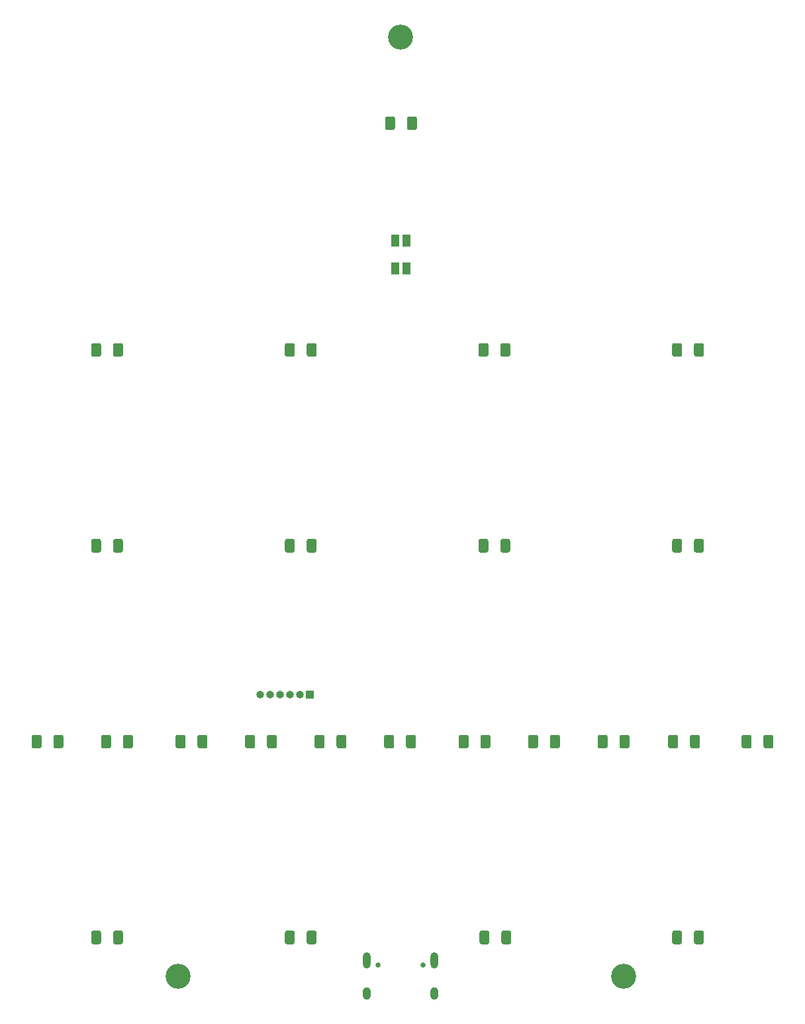
<source format=gbr>
%TF.GenerationSoftware,KiCad,Pcbnew,(5.1.9)-1*%
%TF.CreationDate,2021-12-23T21:14:11+01:00*%
%TF.ProjectId,Berlin_Uhr,4265726c-696e-45f5-9568-722e6b696361,rev?*%
%TF.SameCoordinates,Original*%
%TF.FileFunction,Soldermask,Bot*%
%TF.FilePolarity,Negative*%
%FSLAX46Y46*%
G04 Gerber Fmt 4.6, Leading zero omitted, Abs format (unit mm)*
G04 Created by KiCad (PCBNEW (5.1.9)-1) date 2021-12-23 21:14:11*
%MOMM*%
%LPD*%
G01*
G04 APERTURE LIST*
%ADD10C,3.200000*%
%ADD11R,1.000000X1.500000*%
%ADD12O,1.000000X1.000000*%
%ADD13R,1.000000X1.000000*%
%ADD14O,1.000000X2.100000*%
%ADD15C,0.650000*%
%ADD16O,1.000000X1.600000*%
G04 APERTURE END LIST*
D10*
%TO.C,REF\u002A\u002A*%
X173500000Y-150000000D03*
%TD*%
%TO.C,REF\u002A\u002A*%
X116500000Y-150000000D03*
%TD*%
%TO.C,REF\u002A\u002A*%
X145000000Y-30000000D03*
%TD*%
%TO.C,D26*%
G36*
G01*
X157750000Y-70602000D02*
X157750000Y-69352000D01*
G75*
G02*
X158000000Y-69102000I250000J0D01*
G01*
X158750000Y-69102000D01*
G75*
G02*
X159000000Y-69352000I0J-250000D01*
G01*
X159000000Y-70602000D01*
G75*
G02*
X158750000Y-70852000I-250000J0D01*
G01*
X158000000Y-70852000D01*
G75*
G02*
X157750000Y-70602000I0J250000D01*
G01*
G37*
G36*
G01*
X154950000Y-70602000D02*
X154950000Y-69352000D01*
G75*
G02*
X155200000Y-69102000I250000J0D01*
G01*
X155950000Y-69102000D01*
G75*
G02*
X156200000Y-69352000I0J-250000D01*
G01*
X156200000Y-70602000D01*
G75*
G02*
X155950000Y-70852000I-250000J0D01*
G01*
X155200000Y-70852000D01*
G75*
G02*
X154950000Y-70602000I0J250000D01*
G01*
G37*
%TD*%
%TO.C,D25*%
G36*
G01*
X182515000Y-70602000D02*
X182515000Y-69352000D01*
G75*
G02*
X182765000Y-69102000I250000J0D01*
G01*
X183515000Y-69102000D01*
G75*
G02*
X183765000Y-69352000I0J-250000D01*
G01*
X183765000Y-70602000D01*
G75*
G02*
X183515000Y-70852000I-250000J0D01*
G01*
X182765000Y-70852000D01*
G75*
G02*
X182515000Y-70602000I0J250000D01*
G01*
G37*
G36*
G01*
X179715000Y-70602000D02*
X179715000Y-69352000D01*
G75*
G02*
X179965000Y-69102000I250000J0D01*
G01*
X180715000Y-69102000D01*
G75*
G02*
X180965000Y-69352000I0J-250000D01*
G01*
X180965000Y-70602000D01*
G75*
G02*
X180715000Y-70852000I-250000J0D01*
G01*
X179965000Y-70852000D01*
G75*
G02*
X179715000Y-70602000I0J250000D01*
G01*
G37*
%TD*%
%TO.C,D24*%
G36*
G01*
X157750000Y-95621000D02*
X157750000Y-94371000D01*
G75*
G02*
X158000000Y-94121000I250000J0D01*
G01*
X158750000Y-94121000D01*
G75*
G02*
X159000000Y-94371000I0J-250000D01*
G01*
X159000000Y-95621000D01*
G75*
G02*
X158750000Y-95871000I-250000J0D01*
G01*
X158000000Y-95871000D01*
G75*
G02*
X157750000Y-95621000I0J250000D01*
G01*
G37*
G36*
G01*
X154950000Y-95621000D02*
X154950000Y-94371000D01*
G75*
G02*
X155200000Y-94121000I250000J0D01*
G01*
X155950000Y-94121000D01*
G75*
G02*
X156200000Y-94371000I0J-250000D01*
G01*
X156200000Y-95621000D01*
G75*
G02*
X155950000Y-95871000I-250000J0D01*
G01*
X155200000Y-95871000D01*
G75*
G02*
X154950000Y-95621000I0J250000D01*
G01*
G37*
%TD*%
%TO.C,D23*%
G36*
G01*
X182515000Y-95621000D02*
X182515000Y-94371000D01*
G75*
G02*
X182765000Y-94121000I250000J0D01*
G01*
X183515000Y-94121000D01*
G75*
G02*
X183765000Y-94371000I0J-250000D01*
G01*
X183765000Y-95621000D01*
G75*
G02*
X183515000Y-95871000I-250000J0D01*
G01*
X182765000Y-95871000D01*
G75*
G02*
X182515000Y-95621000I0J250000D01*
G01*
G37*
G36*
G01*
X179715000Y-95621000D02*
X179715000Y-94371000D01*
G75*
G02*
X179965000Y-94121000I250000J0D01*
G01*
X180715000Y-94121000D01*
G75*
G02*
X180965000Y-94371000I0J-250000D01*
G01*
X180965000Y-95621000D01*
G75*
G02*
X180715000Y-95871000I-250000J0D01*
G01*
X179965000Y-95871000D01*
G75*
G02*
X179715000Y-95621000I0J250000D01*
G01*
G37*
%TD*%
%TO.C,D22*%
G36*
G01*
X191405000Y-120640000D02*
X191405000Y-119390000D01*
G75*
G02*
X191655000Y-119140000I250000J0D01*
G01*
X192405000Y-119140000D01*
G75*
G02*
X192655000Y-119390000I0J-250000D01*
G01*
X192655000Y-120640000D01*
G75*
G02*
X192405000Y-120890000I-250000J0D01*
G01*
X191655000Y-120890000D01*
G75*
G02*
X191405000Y-120640000I0J250000D01*
G01*
G37*
G36*
G01*
X188605000Y-120640000D02*
X188605000Y-119390000D01*
G75*
G02*
X188855000Y-119140000I250000J0D01*
G01*
X189605000Y-119140000D01*
G75*
G02*
X189855000Y-119390000I0J-250000D01*
G01*
X189855000Y-120640000D01*
G75*
G02*
X189605000Y-120890000I-250000J0D01*
G01*
X188855000Y-120890000D01*
G75*
G02*
X188605000Y-120640000I0J250000D01*
G01*
G37*
%TD*%
%TO.C,D21*%
G36*
G01*
X182007000Y-120640000D02*
X182007000Y-119390000D01*
G75*
G02*
X182257000Y-119140000I250000J0D01*
G01*
X183007000Y-119140000D01*
G75*
G02*
X183257000Y-119390000I0J-250000D01*
G01*
X183257000Y-120640000D01*
G75*
G02*
X183007000Y-120890000I-250000J0D01*
G01*
X182257000Y-120890000D01*
G75*
G02*
X182007000Y-120640000I0J250000D01*
G01*
G37*
G36*
G01*
X179207000Y-120640000D02*
X179207000Y-119390000D01*
G75*
G02*
X179457000Y-119140000I250000J0D01*
G01*
X180207000Y-119140000D01*
G75*
G02*
X180457000Y-119390000I0J-250000D01*
G01*
X180457000Y-120640000D01*
G75*
G02*
X180207000Y-120890000I-250000J0D01*
G01*
X179457000Y-120890000D01*
G75*
G02*
X179207000Y-120640000I0J250000D01*
G01*
G37*
%TD*%
%TO.C,D20*%
G36*
G01*
X182515000Y-145659000D02*
X182515000Y-144409000D01*
G75*
G02*
X182765000Y-144159000I250000J0D01*
G01*
X183515000Y-144159000D01*
G75*
G02*
X183765000Y-144409000I0J-250000D01*
G01*
X183765000Y-145659000D01*
G75*
G02*
X183515000Y-145909000I-250000J0D01*
G01*
X182765000Y-145909000D01*
G75*
G02*
X182515000Y-145659000I0J250000D01*
G01*
G37*
G36*
G01*
X179715000Y-145659000D02*
X179715000Y-144409000D01*
G75*
G02*
X179965000Y-144159000I250000J0D01*
G01*
X180715000Y-144159000D01*
G75*
G02*
X180965000Y-144409000I0J-250000D01*
G01*
X180965000Y-145659000D01*
G75*
G02*
X180715000Y-145909000I-250000J0D01*
G01*
X179965000Y-145909000D01*
G75*
G02*
X179715000Y-145659000I0J250000D01*
G01*
G37*
%TD*%
%TO.C,D19*%
G36*
G01*
X157877000Y-145659000D02*
X157877000Y-144409000D01*
G75*
G02*
X158127000Y-144159000I250000J0D01*
G01*
X158877000Y-144159000D01*
G75*
G02*
X159127000Y-144409000I0J-250000D01*
G01*
X159127000Y-145659000D01*
G75*
G02*
X158877000Y-145909000I-250000J0D01*
G01*
X158127000Y-145909000D01*
G75*
G02*
X157877000Y-145659000I0J250000D01*
G01*
G37*
G36*
G01*
X155077000Y-145659000D02*
X155077000Y-144409000D01*
G75*
G02*
X155327000Y-144159000I250000J0D01*
G01*
X156077000Y-144159000D01*
G75*
G02*
X156327000Y-144409000I0J-250000D01*
G01*
X156327000Y-145659000D01*
G75*
G02*
X156077000Y-145909000I-250000J0D01*
G01*
X155327000Y-145909000D01*
G75*
G02*
X155077000Y-145659000I0J250000D01*
G01*
G37*
%TD*%
%TO.C,D18*%
G36*
G01*
X172990000Y-120640000D02*
X172990000Y-119390000D01*
G75*
G02*
X173240000Y-119140000I250000J0D01*
G01*
X173990000Y-119140000D01*
G75*
G02*
X174240000Y-119390000I0J-250000D01*
G01*
X174240000Y-120640000D01*
G75*
G02*
X173990000Y-120890000I-250000J0D01*
G01*
X173240000Y-120890000D01*
G75*
G02*
X172990000Y-120640000I0J250000D01*
G01*
G37*
G36*
G01*
X170190000Y-120640000D02*
X170190000Y-119390000D01*
G75*
G02*
X170440000Y-119140000I250000J0D01*
G01*
X171190000Y-119140000D01*
G75*
G02*
X171440000Y-119390000I0J-250000D01*
G01*
X171440000Y-120640000D01*
G75*
G02*
X171190000Y-120890000I-250000J0D01*
G01*
X170440000Y-120890000D01*
G75*
G02*
X170190000Y-120640000I0J250000D01*
G01*
G37*
%TD*%
%TO.C,D17*%
G36*
G01*
X164100000Y-120640000D02*
X164100000Y-119390000D01*
G75*
G02*
X164350000Y-119140000I250000J0D01*
G01*
X165100000Y-119140000D01*
G75*
G02*
X165350000Y-119390000I0J-250000D01*
G01*
X165350000Y-120640000D01*
G75*
G02*
X165100000Y-120890000I-250000J0D01*
G01*
X164350000Y-120890000D01*
G75*
G02*
X164100000Y-120640000I0J250000D01*
G01*
G37*
G36*
G01*
X161300000Y-120640000D02*
X161300000Y-119390000D01*
G75*
G02*
X161550000Y-119140000I250000J0D01*
G01*
X162300000Y-119140000D01*
G75*
G02*
X162550000Y-119390000I0J-250000D01*
G01*
X162550000Y-120640000D01*
G75*
G02*
X162300000Y-120890000I-250000J0D01*
G01*
X161550000Y-120890000D01*
G75*
G02*
X161300000Y-120640000I0J250000D01*
G01*
G37*
%TD*%
%TO.C,D16*%
G36*
G01*
X155210000Y-120640000D02*
X155210000Y-119390000D01*
G75*
G02*
X155460000Y-119140000I250000J0D01*
G01*
X156210000Y-119140000D01*
G75*
G02*
X156460000Y-119390000I0J-250000D01*
G01*
X156460000Y-120640000D01*
G75*
G02*
X156210000Y-120890000I-250000J0D01*
G01*
X155460000Y-120890000D01*
G75*
G02*
X155210000Y-120640000I0J250000D01*
G01*
G37*
G36*
G01*
X152410000Y-120640000D02*
X152410000Y-119390000D01*
G75*
G02*
X152660000Y-119140000I250000J0D01*
G01*
X153410000Y-119140000D01*
G75*
G02*
X153660000Y-119390000I0J-250000D01*
G01*
X153660000Y-120640000D01*
G75*
G02*
X153410000Y-120890000I-250000J0D01*
G01*
X152660000Y-120890000D01*
G75*
G02*
X152410000Y-120640000I0J250000D01*
G01*
G37*
%TD*%
%TO.C,D15*%
G36*
G01*
X145685000Y-120640000D02*
X145685000Y-119390000D01*
G75*
G02*
X145935000Y-119140000I250000J0D01*
G01*
X146685000Y-119140000D01*
G75*
G02*
X146935000Y-119390000I0J-250000D01*
G01*
X146935000Y-120640000D01*
G75*
G02*
X146685000Y-120890000I-250000J0D01*
G01*
X145935000Y-120890000D01*
G75*
G02*
X145685000Y-120640000I0J250000D01*
G01*
G37*
G36*
G01*
X142885000Y-120640000D02*
X142885000Y-119390000D01*
G75*
G02*
X143135000Y-119140000I250000J0D01*
G01*
X143885000Y-119140000D01*
G75*
G02*
X144135000Y-119390000I0J-250000D01*
G01*
X144135000Y-120640000D01*
G75*
G02*
X143885000Y-120890000I-250000J0D01*
G01*
X143135000Y-120890000D01*
G75*
G02*
X142885000Y-120640000I0J250000D01*
G01*
G37*
%TD*%
%TO.C,D14*%
G36*
G01*
X136795000Y-120640000D02*
X136795000Y-119390000D01*
G75*
G02*
X137045000Y-119140000I250000J0D01*
G01*
X137795000Y-119140000D01*
G75*
G02*
X138045000Y-119390000I0J-250000D01*
G01*
X138045000Y-120640000D01*
G75*
G02*
X137795000Y-120890000I-250000J0D01*
G01*
X137045000Y-120890000D01*
G75*
G02*
X136795000Y-120640000I0J250000D01*
G01*
G37*
G36*
G01*
X133995000Y-120640000D02*
X133995000Y-119390000D01*
G75*
G02*
X134245000Y-119140000I250000J0D01*
G01*
X134995000Y-119140000D01*
G75*
G02*
X135245000Y-119390000I0J-250000D01*
G01*
X135245000Y-120640000D01*
G75*
G02*
X134995000Y-120890000I-250000J0D01*
G01*
X134245000Y-120890000D01*
G75*
G02*
X133995000Y-120640000I0J250000D01*
G01*
G37*
%TD*%
%TO.C,D13*%
G36*
G01*
X127905000Y-120640000D02*
X127905000Y-119390000D01*
G75*
G02*
X128155000Y-119140000I250000J0D01*
G01*
X128905000Y-119140000D01*
G75*
G02*
X129155000Y-119390000I0J-250000D01*
G01*
X129155000Y-120640000D01*
G75*
G02*
X128905000Y-120890000I-250000J0D01*
G01*
X128155000Y-120890000D01*
G75*
G02*
X127905000Y-120640000I0J250000D01*
G01*
G37*
G36*
G01*
X125105000Y-120640000D02*
X125105000Y-119390000D01*
G75*
G02*
X125355000Y-119140000I250000J0D01*
G01*
X126105000Y-119140000D01*
G75*
G02*
X126355000Y-119390000I0J-250000D01*
G01*
X126355000Y-120640000D01*
G75*
G02*
X126105000Y-120890000I-250000J0D01*
G01*
X125355000Y-120890000D01*
G75*
G02*
X125105000Y-120640000I0J250000D01*
G01*
G37*
%TD*%
%TO.C,D12*%
G36*
G01*
X132985000Y-145659000D02*
X132985000Y-144409000D01*
G75*
G02*
X133235000Y-144159000I250000J0D01*
G01*
X133985000Y-144159000D01*
G75*
G02*
X134235000Y-144409000I0J-250000D01*
G01*
X134235000Y-145659000D01*
G75*
G02*
X133985000Y-145909000I-250000J0D01*
G01*
X133235000Y-145909000D01*
G75*
G02*
X132985000Y-145659000I0J250000D01*
G01*
G37*
G36*
G01*
X130185000Y-145659000D02*
X130185000Y-144409000D01*
G75*
G02*
X130435000Y-144159000I250000J0D01*
G01*
X131185000Y-144159000D01*
G75*
G02*
X131435000Y-144409000I0J-250000D01*
G01*
X131435000Y-145659000D01*
G75*
G02*
X131185000Y-145909000I-250000J0D01*
G01*
X130435000Y-145909000D01*
G75*
G02*
X130185000Y-145659000I0J250000D01*
G01*
G37*
%TD*%
%TO.C,D11*%
G36*
G01*
X119015000Y-120640000D02*
X119015000Y-119390000D01*
G75*
G02*
X119265000Y-119140000I250000J0D01*
G01*
X120015000Y-119140000D01*
G75*
G02*
X120265000Y-119390000I0J-250000D01*
G01*
X120265000Y-120640000D01*
G75*
G02*
X120015000Y-120890000I-250000J0D01*
G01*
X119265000Y-120890000D01*
G75*
G02*
X119015000Y-120640000I0J250000D01*
G01*
G37*
G36*
G01*
X116215000Y-120640000D02*
X116215000Y-119390000D01*
G75*
G02*
X116465000Y-119140000I250000J0D01*
G01*
X117215000Y-119140000D01*
G75*
G02*
X117465000Y-119390000I0J-250000D01*
G01*
X117465000Y-120640000D01*
G75*
G02*
X117215000Y-120890000I-250000J0D01*
G01*
X116465000Y-120890000D01*
G75*
G02*
X116215000Y-120640000I0J250000D01*
G01*
G37*
%TD*%
%TO.C,D10*%
G36*
G01*
X108220000Y-145659000D02*
X108220000Y-144409000D01*
G75*
G02*
X108470000Y-144159000I250000J0D01*
G01*
X109220000Y-144159000D01*
G75*
G02*
X109470000Y-144409000I0J-250000D01*
G01*
X109470000Y-145659000D01*
G75*
G02*
X109220000Y-145909000I-250000J0D01*
G01*
X108470000Y-145909000D01*
G75*
G02*
X108220000Y-145659000I0J250000D01*
G01*
G37*
G36*
G01*
X105420000Y-145659000D02*
X105420000Y-144409000D01*
G75*
G02*
X105670000Y-144159000I250000J0D01*
G01*
X106420000Y-144159000D01*
G75*
G02*
X106670000Y-144409000I0J-250000D01*
G01*
X106670000Y-145659000D01*
G75*
G02*
X106420000Y-145909000I-250000J0D01*
G01*
X105670000Y-145909000D01*
G75*
G02*
X105420000Y-145659000I0J250000D01*
G01*
G37*
%TD*%
%TO.C,D9*%
G36*
G01*
X109490000Y-120640000D02*
X109490000Y-119390000D01*
G75*
G02*
X109740000Y-119140000I250000J0D01*
G01*
X110490000Y-119140000D01*
G75*
G02*
X110740000Y-119390000I0J-250000D01*
G01*
X110740000Y-120640000D01*
G75*
G02*
X110490000Y-120890000I-250000J0D01*
G01*
X109740000Y-120890000D01*
G75*
G02*
X109490000Y-120640000I0J250000D01*
G01*
G37*
G36*
G01*
X106690000Y-120640000D02*
X106690000Y-119390000D01*
G75*
G02*
X106940000Y-119140000I250000J0D01*
G01*
X107690000Y-119140000D01*
G75*
G02*
X107940000Y-119390000I0J-250000D01*
G01*
X107940000Y-120640000D01*
G75*
G02*
X107690000Y-120890000I-250000J0D01*
G01*
X106940000Y-120890000D01*
G75*
G02*
X106690000Y-120640000I0J250000D01*
G01*
G37*
%TD*%
%TO.C,D8*%
G36*
G01*
X100600000Y-120640000D02*
X100600000Y-119390000D01*
G75*
G02*
X100850000Y-119140000I250000J0D01*
G01*
X101600000Y-119140000D01*
G75*
G02*
X101850000Y-119390000I0J-250000D01*
G01*
X101850000Y-120640000D01*
G75*
G02*
X101600000Y-120890000I-250000J0D01*
G01*
X100850000Y-120890000D01*
G75*
G02*
X100600000Y-120640000I0J250000D01*
G01*
G37*
G36*
G01*
X97800000Y-120640000D02*
X97800000Y-119390000D01*
G75*
G02*
X98050000Y-119140000I250000J0D01*
G01*
X98800000Y-119140000D01*
G75*
G02*
X99050000Y-119390000I0J-250000D01*
G01*
X99050000Y-120640000D01*
G75*
G02*
X98800000Y-120890000I-250000J0D01*
G01*
X98050000Y-120890000D01*
G75*
G02*
X97800000Y-120640000I0J250000D01*
G01*
G37*
%TD*%
%TO.C,D7*%
G36*
G01*
X132985000Y-95621000D02*
X132985000Y-94371000D01*
G75*
G02*
X133235000Y-94121000I250000J0D01*
G01*
X133985000Y-94121000D01*
G75*
G02*
X134235000Y-94371000I0J-250000D01*
G01*
X134235000Y-95621000D01*
G75*
G02*
X133985000Y-95871000I-250000J0D01*
G01*
X133235000Y-95871000D01*
G75*
G02*
X132985000Y-95621000I0J250000D01*
G01*
G37*
G36*
G01*
X130185000Y-95621000D02*
X130185000Y-94371000D01*
G75*
G02*
X130435000Y-94121000I250000J0D01*
G01*
X131185000Y-94121000D01*
G75*
G02*
X131435000Y-94371000I0J-250000D01*
G01*
X131435000Y-95621000D01*
G75*
G02*
X131185000Y-95871000I-250000J0D01*
G01*
X130435000Y-95871000D01*
G75*
G02*
X130185000Y-95621000I0J250000D01*
G01*
G37*
%TD*%
%TO.C,D6*%
G36*
G01*
X108220000Y-95621000D02*
X108220000Y-94371000D01*
G75*
G02*
X108470000Y-94121000I250000J0D01*
G01*
X109220000Y-94121000D01*
G75*
G02*
X109470000Y-94371000I0J-250000D01*
G01*
X109470000Y-95621000D01*
G75*
G02*
X109220000Y-95871000I-250000J0D01*
G01*
X108470000Y-95871000D01*
G75*
G02*
X108220000Y-95621000I0J250000D01*
G01*
G37*
G36*
G01*
X105420000Y-95621000D02*
X105420000Y-94371000D01*
G75*
G02*
X105670000Y-94121000I250000J0D01*
G01*
X106420000Y-94121000D01*
G75*
G02*
X106670000Y-94371000I0J-250000D01*
G01*
X106670000Y-95621000D01*
G75*
G02*
X106420000Y-95871000I-250000J0D01*
G01*
X105670000Y-95871000D01*
G75*
G02*
X105420000Y-95621000I0J250000D01*
G01*
G37*
%TD*%
%TO.C,D5*%
G36*
G01*
X108220000Y-70602000D02*
X108220000Y-69352000D01*
G75*
G02*
X108470000Y-69102000I250000J0D01*
G01*
X109220000Y-69102000D01*
G75*
G02*
X109470000Y-69352000I0J-250000D01*
G01*
X109470000Y-70602000D01*
G75*
G02*
X109220000Y-70852000I-250000J0D01*
G01*
X108470000Y-70852000D01*
G75*
G02*
X108220000Y-70602000I0J250000D01*
G01*
G37*
G36*
G01*
X105420000Y-70602000D02*
X105420000Y-69352000D01*
G75*
G02*
X105670000Y-69102000I250000J0D01*
G01*
X106420000Y-69102000D01*
G75*
G02*
X106670000Y-69352000I0J-250000D01*
G01*
X106670000Y-70602000D01*
G75*
G02*
X106420000Y-70852000I-250000J0D01*
G01*
X105670000Y-70852000D01*
G75*
G02*
X105420000Y-70602000I0J250000D01*
G01*
G37*
%TD*%
%TO.C,D4*%
G36*
G01*
X132985000Y-70602000D02*
X132985000Y-69352000D01*
G75*
G02*
X133235000Y-69102000I250000J0D01*
G01*
X133985000Y-69102000D01*
G75*
G02*
X134235000Y-69352000I0J-250000D01*
G01*
X134235000Y-70602000D01*
G75*
G02*
X133985000Y-70852000I-250000J0D01*
G01*
X133235000Y-70852000D01*
G75*
G02*
X132985000Y-70602000I0J250000D01*
G01*
G37*
G36*
G01*
X130185000Y-70602000D02*
X130185000Y-69352000D01*
G75*
G02*
X130435000Y-69102000I250000J0D01*
G01*
X131185000Y-69102000D01*
G75*
G02*
X131435000Y-69352000I0J-250000D01*
G01*
X131435000Y-70602000D01*
G75*
G02*
X131185000Y-70852000I-250000J0D01*
G01*
X130435000Y-70852000D01*
G75*
G02*
X130185000Y-70602000I0J250000D01*
G01*
G37*
%TD*%
%TO.C,D3*%
G36*
G01*
X145806000Y-41646000D02*
X145806000Y-40396000D01*
G75*
G02*
X146056000Y-40146000I250000J0D01*
G01*
X146806000Y-40146000D01*
G75*
G02*
X147056000Y-40396000I0J-250000D01*
G01*
X147056000Y-41646000D01*
G75*
G02*
X146806000Y-41896000I-250000J0D01*
G01*
X146056000Y-41896000D01*
G75*
G02*
X145806000Y-41646000I0J250000D01*
G01*
G37*
G36*
G01*
X143006000Y-41646000D02*
X143006000Y-40396000D01*
G75*
G02*
X143256000Y-40146000I250000J0D01*
G01*
X144006000Y-40146000D01*
G75*
G02*
X144256000Y-40396000I0J-250000D01*
G01*
X144256000Y-41646000D01*
G75*
G02*
X144006000Y-41896000I-250000J0D01*
G01*
X143256000Y-41896000D01*
G75*
G02*
X143006000Y-41646000I0J250000D01*
G01*
G37*
%TD*%
D11*
%TO.C,Q1*%
X145734000Y-59535000D03*
X144334000Y-59535000D03*
X145734000Y-56035000D03*
X144334000Y-56035000D03*
%TD*%
D12*
%TO.C,J2*%
X127000000Y-114046000D03*
X128270000Y-114046000D03*
X129540000Y-114046000D03*
X130810000Y-114046000D03*
X132080000Y-114046000D03*
D13*
X133350000Y-114046000D03*
%TD*%
D14*
%TO.C,J1*%
X149320000Y-148000000D03*
X140680000Y-148000000D03*
D15*
X142110000Y-148530000D03*
D16*
X140680000Y-152180000D03*
D15*
X147890000Y-148530000D03*
D16*
X149320000Y-152180000D03*
%TD*%
M02*

</source>
